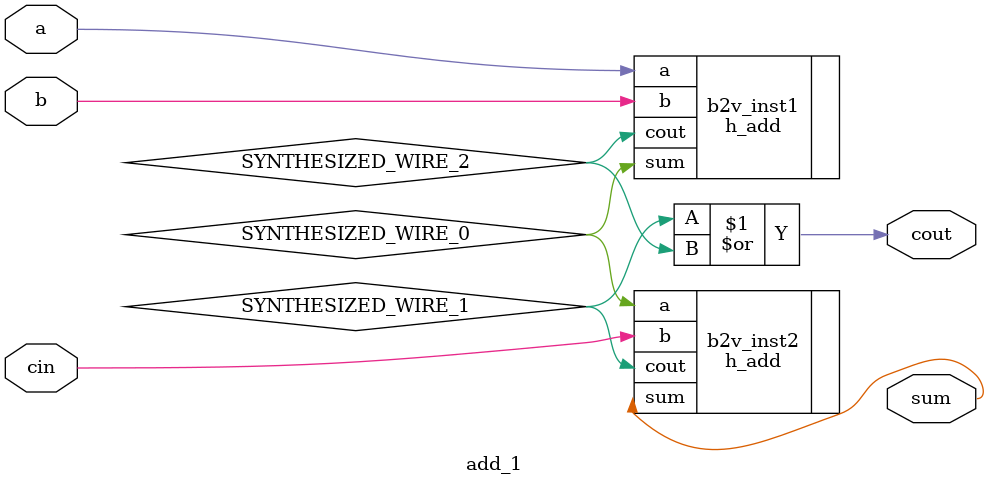
<source format=v>
module add_1(
	a,
	b,
	cin,
	cout,
	sum
);

input wire	a;
input wire	b;
input wire	cin;
output wire	cout;
output wire	sum;

wire	SYNTHESIZED_WIRE_0;
wire	SYNTHESIZED_WIRE_1;
wire	SYNTHESIZED_WIRE_2;

h_add	b2v_inst1(
	.a(a),
	.b(b),
	.cout(SYNTHESIZED_WIRE_2),
	.sum(SYNTHESIZED_WIRE_0));


h_add	b2v_inst2(
	.a(SYNTHESIZED_WIRE_0),
	.b(cin),
	.cout(SYNTHESIZED_WIRE_1),
	.sum(sum));
assign	cout = SYNTHESIZED_WIRE_1 | SYNTHESIZED_WIRE_2;

endmodule

</source>
